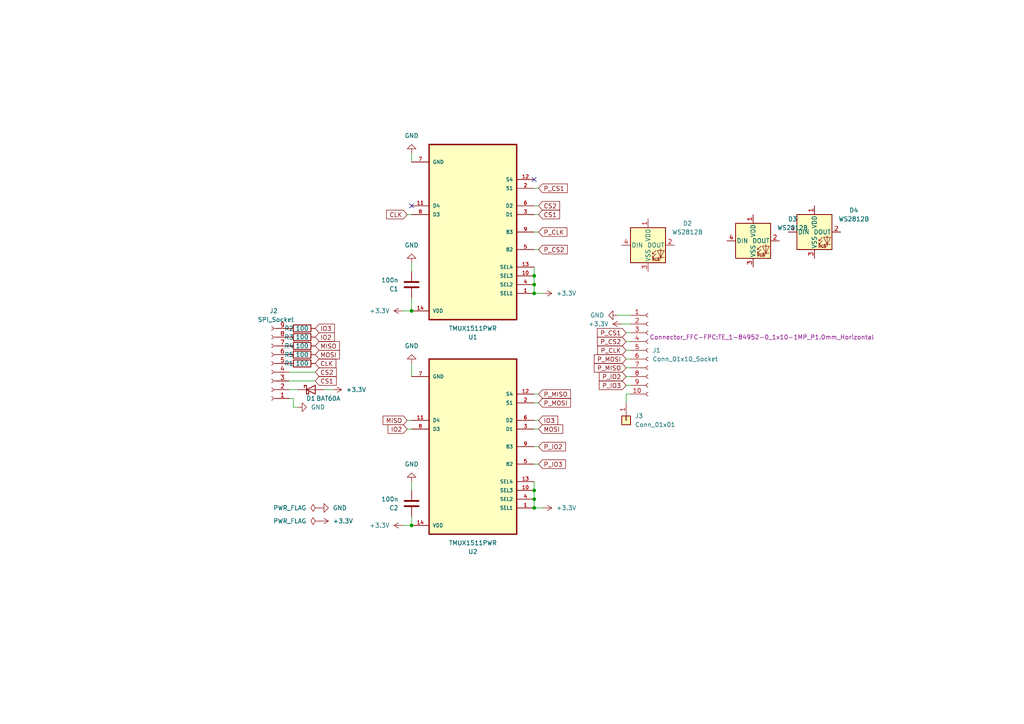
<source format=kicad_sch>
(kicad_sch (version 20231120) (generator "eeschema") (generator_version "8.0")
  (paper "A4")
  (lib_symbols
    (symbol "Connector:Conn_01x09_Socket" (pin_names (offset 1.016) hide)
      (property "Reference" "J" (at 0 12.7 0))
      (property "Value" "Conn_01x09_Socket" (at 0 -12.7 0))
      (symbol "Conn_01x09_Socket_1_1"
        (arc (start 0 -9.652) (mid -0.5058 -10.16) (end 0 -10.668) (stroke (width 0.1524)))
        (arc (start 0 -7.112) (mid -0.5058 -7.62) (end 0 -8.128) (stroke (width 0.1524)))
        (arc (start 0 -4.572) (mid -0.5058 -5.08) (end 0 -5.588) (stroke (width 0.1524)))
        (arc (start 0 -2.032) (mid -0.5058 -2.54) (end 0 -3.048) (stroke (width 0.1524)))
        (polyline (pts (xy -1.27 -10.16) (xy -0.508 -10.16)) (stroke (width 0.1524)))
        (polyline (pts (xy -1.27 -7.62) (xy -0.508 -7.62)) (stroke (width 0.1524)))
        (polyline (pts (xy -1.27 -5.08) (xy -0.508 -5.08)) (stroke (width 0.1524)))
        (polyline (pts (xy -1.27 -2.54) (xy -0.508 -2.54)) (stroke (width 0.1524)))
        (polyline (pts (xy -1.27 0) (xy -0.508 0)) (stroke (width 0.1524)))
        (polyline (pts (xy -1.27 2.54) (xy -0.508 2.54)) (stroke (width 0.1524)))
        (polyline (pts (xy -1.27 5.08) (xy -0.508 5.08)) (stroke (width 0.1524)))
        (polyline (pts (xy -1.27 7.62) (xy -0.508 7.62)) (stroke (width 0.1524)))
        (polyline (pts (xy -1.27 10.16) (xy -0.508 10.16)) (stroke (width 0.1524)))
        (arc (start 0 0.508) (mid -0.5058 0) (end 0 -0.508) (stroke (width 0.1524)))
        (arc (start 0 3.048) (mid -0.5058 2.54) (end 0 2.032) (stroke (width 0.1524)))
        (arc (start 0 5.588) (mid -0.5058 5.08) (end 0 4.572) (stroke (width 0.1524)))
        (arc (start 0 8.128) (mid -0.5058 7.62) (end 0 7.112) (stroke (width 0.1524)))
        (arc (start 0 10.668) (mid -0.5058 10.16) (end 0 9.652) (stroke (width 0.1524)))
        (pin passive line (at -5.08 10.16 0) (length 3.81) (name "Pin_1") (number "1"))
        (pin passive line (at -5.08 7.62 0) (length 3.81) (name "Pin_2") (number "2"))
        (pin passive line (at -5.08 5.08 0) (length 3.81) (name "Pin_3") (number "3"))
        (pin passive line (at -5.08 2.54 0) (length 3.81) (name "Pin_4") (number "4"))
        (pin passive line (at -5.08 0 0) (length 3.81) (name "Pin_5") (number "5"))
        (pin passive line (at -5.08 -2.54 0) (length 3.81) (name "Pin_6") (number "6"))
        (pin passive line (at -5.08 -5.08 0) (length 3.81) (name "Pin_7") (number "7"))
        (pin passive line (at -5.08 -7.62 0) (length 3.81) (name "Pin_8") (number "8"))
        (pin passive line (at -5.08 -10.16 0) (length 3.81) (name "Pin_9") (number "9"))
      )
    )
    (symbol "Connector:Conn_01x10_Socket" (pin_names (offset 1.016) hide)
      (property "Reference" "J" (at 0 12.7 0))
      (property "Value" "Conn_01x10_Socket" (at 0 -15.24 0))
      (symbol "Conn_01x10_Socket_1_1"
        (arc (start 0 -12.192) (mid -0.5058 -12.7) (end 0 -13.208) (stroke (width 0.1524)))
        (arc (start 0 -9.652) (mid -0.5058 -10.16) (end 0 -10.668) (stroke (width 0.1524)))
        (arc (start 0 -7.112) (mid -0.5058 -7.62) (end 0 -8.128) (stroke (width 0.1524)))
        (arc (start 0 -4.572) (mid -0.5058 -5.08) (end 0 -5.588) (stroke (width 0.1524)))
        (arc (start 0 -2.032) (mid -0.5058 -2.54) (end 0 -3.048) (stroke (width 0.1524)))
        (polyline (pts (xy -1.27 -12.7) (xy -0.508 -12.7)) (stroke (width 0.1524)))
        (polyline (pts (xy -1.27 -10.16) (xy -0.508 -10.16)) (stroke (width 0.1524)))
        (polyline (pts (xy -1.27 -7.62) (xy -0.508 -7.62)) (stroke (width 0.1524)))
        (polyline (pts (xy -1.27 -5.08) (xy -0.508 -5.08)) (stroke (width 0.1524)))
        (polyline (pts (xy -1.27 -2.54) (xy -0.508 -2.54)) (stroke (width 0.1524)))
        (polyline (pts (xy -1.27 0) (xy -0.508 0)) (stroke (width 0.1524)))
        (polyline (pts (xy -1.27 2.54) (xy -0.508 2.54)) (stroke (width 0.1524)))
        (polyline (pts (xy -1.27 5.08) (xy -0.508 5.08)) (stroke (width 0.1524)))
        (polyline (pts (xy -1.27 7.62) (xy -0.508 7.62)) (stroke (width 0.1524)))
        (polyline (pts (xy -1.27 10.16) (xy -0.508 10.16)) (stroke (width 0.1524)))
        (arc (start 0 0.508) (mid -0.5058 0) (end 0 -0.508) (stroke (width 0.1524)))
        (arc (start 0 3.048) (mid -0.5058 2.54) (end 0 2.032) (stroke (width 0.1524)))
        (arc (start 0 5.588) (mid -0.5058 5.08) (end 0 4.572) (stroke (width 0.1524)))
        (arc (start 0 8.128) (mid -0.5058 7.62) (end 0 7.112) (stroke (width 0.1524)))
        (arc (start 0 10.668) (mid -0.5058 10.16) (end 0 9.652) (stroke (width 0.1524)))
        (pin passive line (at -5.08 10.16 0) (length 3.81) (name "Pin_1") (number "1"))
        (pin passive line (at -5.08 -12.7 0) (length 3.81) (name "Pin_10") (number "10"))
        (pin passive line (at -5.08 7.62 0) (length 3.81) (name "Pin_2") (number "2"))
        (pin passive line (at -5.08 5.08 0) (length 3.81) (name "Pin_3") (number "3"))
        (pin passive line (at -5.08 2.54 0) (length 3.81) (name "Pin_4") (number "4"))
        (pin passive line (at -5.08 0 0) (length 3.81) (name "Pin_5") (number "5"))
        (pin passive line (at -5.08 -2.54 0) (length 3.81) (name "Pin_6") (number "6"))
        (pin passive line (at -5.08 -5.08 0) (length 3.81) (name "Pin_7") (number "7"))
        (pin passive line (at -5.08 -7.62 0) (length 3.81) (name "Pin_8") (number "8"))
        (pin passive line (at -5.08 -10.16 0) (length 3.81) (name "Pin_9") (number "9"))
      )
    )
    (symbol "Connector_Generic:Conn_01x01" (pin_names (offset 1.016) hide)
      (property "Reference" "J" (at 0 2.54 0))
      (property "Value" "Conn_01x01" (at 0 -2.54 0))
      (symbol "Conn_01x01_1_1"
        (rectangle (start -1.27 0.127) (end 0 -0.127) (stroke (width 0.1524)))
        (rectangle (start -1.27 1.27) (end 1.27 -1.27) (stroke (width 0.254)) (fill (type background)))
        (pin passive line (at -5.08 0 0) (length 3.81) (name "Pin_1") (number "1"))
      )
    )
    (symbol "Device:C" (pin_numbers hide) (pin_names (offset 0.254))
      (property "Reference" "C" (at 0.635 2.54 0))
      (property "Value" "C" (at 0.635 -2.54 0))
      (symbol "C_0_1"
        (polyline (pts (xy -2.032 -0.762) (xy 2.032 -0.762)) (stroke (width 0.508)))
        (polyline (pts (xy -2.032 0.762) (xy 2.032 0.762)) (stroke (width 0.508)))
      )
      (symbol "C_1_1"
        (pin passive line (at 0 3.81 270) (length 2.794) (name "~") (number "1"))
        (pin passive line (at 0 -3.81 90) (length 2.794) (name "~") (number "2"))
      )
    )
    (symbol "Device:R" (pin_numbers hide) (pin_names (offset 0))
      (property "Reference" "R" (at 2.032 0 90))
      (property "Value" "R" (at 0 0 90))
      (symbol "R_0_1"
        (rectangle (start -1.016 -2.54) (end 1.016 2.54) (stroke (width 0.254)))
      )
      (symbol "R_1_1"
        (pin passive line (at 0 3.81 270) (length 1.27) (name "~") (number "1"))
        (pin passive line (at 0 -3.81 90) (length 1.27) (name "~") (number "2"))
      )
    )
    (symbol "Diode:BAT60A" (pin_numbers hide) (pin_names (offset 1.016) hide)
      (property "Reference" "D" (at 0 2.54 0))
      (property "Value" "BAT60A" (at 0 -2.54 0))
      (symbol "BAT60A_0_1"
        (polyline (pts (xy 1.27 0) (xy -1.27 0)))
        (polyline (pts (xy 1.27 1.27) (xy 1.27 -1.27) (xy -1.27 0) (xy 1.27 1.27)) (stroke (width 0.254)))
        (polyline (pts (xy -1.905 0.635) (xy -1.905 1.27) (xy -1.27 1.27) (xy -1.27 -1.27) (xy -0.635 -1.27) (xy -0.635 -0.635)) (stroke (width 0.254)))
      )
      (symbol "BAT60A_1_1"
        (pin passive line (at -3.81 0 0) (length 2.54) (name "K") (number "1"))
        (pin passive line (at 3.81 0 180) (length 2.54) (name "A") (number "2"))
      )
    )
    (symbol "LED:WS2812B" (pin_names (offset 0.254))
      (property "Reference" "D" (at 5.08 5.715 0))
      (property "Value" "WS2812B" (at 1.27 -5.715 0))
      (symbol "WS2812B_0_0"
        (text "RGB" (at 2.286 -4.191 0) (effects (font (size 0.762 0.762))))
      )
      (symbol "WS2812B_0_1"
        (polyline (pts (xy 1.27 -3.556) (xy 1.778 -3.556)))
        (polyline (pts (xy 1.27 -2.54) (xy 1.778 -2.54)))
        (polyline (pts (xy 4.699 -3.556) (xy 2.667 -3.556)))
        (polyline (pts (xy 2.286 -2.54) (xy 1.27 -3.556) (xy 1.27 -3.048)))
        (polyline (pts (xy 2.286 -1.524) (xy 1.27 -2.54) (xy 1.27 -2.032)))
        (polyline (pts (xy 3.683 -1.016) (xy 3.683 -3.556) (xy 3.683 -4.064)))
        (polyline (pts (xy 4.699 -1.524) (xy 2.667 -1.524) (xy 3.683 -3.556) (xy 4.699 -1.524)))
        (rectangle (start 5.08 5.08) (end -5.08 -5.08) (stroke (width 0.254)) (fill (type background)))
      )
      (symbol "WS2812B_1_1"
        (pin power_in line (at 0 7.62 270) (length 2.54) (name "VDD") (number "1"))
        (pin output line (at 7.62 0 180) (length 2.54) (name "DOUT") (number "2"))
        (pin power_in line (at 0 -7.62 90) (length 2.54) (name "VSS") (number "3"))
        (pin input line (at -7.62 0 0) (length 2.54) (name "DIN") (number "4"))
      )
    )
    (symbol "TMUX1511PWR:TMUX1511PWR" (pin_names (offset 1.016))
      (property "Reference" "U" (at -12.7 26.4 0))
      (property "Value" "TMUX1511PWR" (at -12.7 -29.4 0))
      (symbol "TMUX1511PWR_0_0"
        (rectangle (start -12.7 -25.4) (end 12.7 25.4) (stroke (width 0.41)) (fill (type background)))
        (pin input line (at -17.78 17.78 0) (length 5.08) (name "SEL1") (number "1"))
        (pin input line (at -17.78 12.7 0) (length 5.08) (name "SEL3") (number "10"))
        (pin bidirectional line (at 17.78 -7.62 180) (length 5.08) (name "D4") (number "11"))
        (pin bidirectional line (at -17.78 -15.24 0) (length 5.08) (name "S4") (number "12"))
        (pin input line (at -17.78 10.16 0) (length 5.08) (name "SEL4") (number "13"))
        (pin power_in line (at 17.78 22.86 180) (length 5.08) (name "VDD") (number "14"))
        (pin bidirectional line (at -17.78 -12.7 0) (length 5.08) (name "S1") (number "2"))
        (pin bidirectional line (at -17.78 -5.08 0) (length 5.08) (name "D1") (number "3"))
        (pin input line (at -17.78 15.24 0) (length 5.08) (name "SEL2") (number "4"))
        (pin bidirectional line (at -17.78 5.08 0) (length 5.08) (name "82") (number "5"))
        (pin bidirectional line (at -17.78 -7.62 0) (length 5.08) (name "D2") (number "6"))
        (pin power_in line (at 17.78 -20.32 180) (length 5.08) (name "GND") (number "7"))
        (pin bidirectional line (at 17.78 -5.08 180) (length 5.08) (name "D3") (number "8"))
        (pin bidirectional line (at -17.78 0 0) (length 5.08) (name "83") (number "9"))
      )
    )
    (symbol "power:+3.3V" (power) (pin_names (offset 0))
      (property "Value" "+3.3V" (at 0 3.556 0))
      (symbol "+3.3V_0_1"
        (polyline (pts (xy -0.762 1.27) (xy 0 2.54)))
        (polyline (pts (xy 0 0) (xy 0 2.54)))
        (polyline (pts (xy 0 2.54) (xy 0.762 1.27)))
      )
      (symbol "+3.3V_1_1"
        (pin power_in line (at 0 0 90) (length 0) hide (name "+3.3V") (number "1"))
      )
    )
    (symbol "power:GND" (power) (pin_names (offset 0))
      (property "Value" "GND" (at 0 -3.81 0))
      (symbol "GND_0_1"
        (polyline (pts (xy 0 0) (xy 0 -1.27) (xy 1.27 -1.27) (xy 0 -2.54) (xy -1.27 -1.27) (xy 0 -1.27)))
      )
      (symbol "GND_1_1"
        (pin power_in line (at 0 0 270) (length 0) hide (name "GND") (number "1"))
      )
    )
    (symbol "power:PWR_FLAG" (power) (pin_numbers hide) (pin_names (offset 0) hide)
      (property "Value" "PWR_FLAG" (at 0 3.81 0))
      (symbol "PWR_FLAG_0_0"
        (pin power_out line (at 0 0 90) (length 0) (name "pwr") (number "1"))
      )
      (symbol "PWR_FLAG_0_1"
        (polyline (pts (xy 0 0) (xy 0 1.27) (xy -1.016 1.905) (xy 0 2.54) (xy 1.016 1.905) (xy 0 1.27)))
      )
    )
  )
  (junction (at 119.38 152.4))
  (junction (at 154.94 85.09))
  (junction (at 154.94 142.24))
  (junction (at 154.94 82.55))
  (junction (at 119.38 90.17))
  (junction (at 154.94 147.32))
  (junction (at 154.94 80.01))
  (junction (at 154.94 144.78))
  (no_connect (at 119.38 59.69))
  (no_connect (at 154.94 52.07))
  (wire (pts (xy 119.38 90.17) (xy 119.38 86.36)))
  (wire (pts (xy 83.82 113.03) (xy 86.36 113.03)))
  (wire (pts (xy 83.82 107.95) (xy 91.44 107.95)))
  (wire (pts (xy 156.21 121.92) (xy 154.94 121.92)))
  (wire (pts (xy 182.88 91.44) (xy 179.07 91.44)))
  (wire (pts (xy 119.38 142.24) (xy 119.38 139.7)))
  (wire (pts (xy 154.94 67.31) (xy 156.21 67.31)))
  (wire (pts (xy 93.98 113.03) (xy 96.52 113.03)))
  (wire (pts (xy 119.38 124.46) (xy 118.11 124.46)))
  (wire (pts (xy 154.94 116.84) (xy 156.21 116.84)))
  (wire (pts (xy 85.09 115.57) (xy 83.82 115.57)))
  (wire (pts (xy 154.94 147.32) (xy 157.48 147.32)))
  (wire (pts (xy 119.38 152.4) (xy 119.38 149.86)))
  (wire (pts (xy 119.38 152.4) (xy 116.84 152.4)))
  (wire (pts (xy 181.61 104.14) (xy 182.88 104.14)))
  (wire (pts (xy 154.94 82.55) (xy 154.94 80.01)))
  (wire (pts (xy 181.61 96.52) (xy 182.88 96.52)))
  (wire (pts (xy 119.38 109.22) (xy 119.38 105.41)))
  (wire (pts (xy 119.38 78.74) (xy 119.38 76.2)))
  (wire (pts (xy 154.94 134.62) (xy 156.21 134.62)))
  (wire (pts (xy 181.61 99.06) (xy 182.88 99.06)))
  (wire (pts (xy 154.94 147.32) (xy 154.94 144.78)))
  (wire (pts (xy 181.61 116.84) (xy 181.61 114.3)))
  (wire (pts (xy 119.38 46.99) (xy 119.38 44.45)))
  (wire (pts (xy 83.82 110.49) (xy 91.44 110.49)))
  (wire (pts (xy 154.94 144.78) (xy 154.94 142.24)))
  (wire (pts (xy 154.94 129.54) (xy 156.21 129.54)))
  (wire (pts (xy 119.38 90.17) (xy 116.84 90.17)))
  (wire (pts (xy 154.94 54.61) (xy 156.21 54.61)))
  (wire (pts (xy 85.09 118.11) (xy 86.36 118.11)))
  (wire (pts (xy 154.94 85.09) (xy 154.94 82.55)))
  (wire (pts (xy 154.94 142.24) (xy 154.94 139.7)))
  (wire (pts (xy 156.21 62.23) (xy 154.94 62.23)))
  (wire (pts (xy 156.21 124.46) (xy 154.94 124.46)))
  (wire (pts (xy 156.21 59.69) (xy 154.94 59.69)))
  (wire (pts (xy 181.61 106.68) (xy 182.88 106.68)))
  (wire (pts (xy 85.09 118.11) (xy 85.09 115.57)))
  (wire (pts (xy 181.61 111.76) (xy 182.88 111.76)))
  (wire (pts (xy 119.38 121.92) (xy 118.11 121.92)))
  (wire (pts (xy 181.61 101.6) (xy 182.88 101.6)))
  (wire (pts (xy 154.94 72.39) (xy 156.21 72.39)))
  (wire (pts (xy 118.11 62.23) (xy 119.38 62.23)))
  (wire (pts (xy 157.48 85.09) (xy 154.94 85.09)))
  (wire (pts (xy 182.88 93.98) (xy 180.34 93.98)))
  (wire (pts (xy 181.61 109.22) (xy 182.88 109.22)))
  (wire (pts (xy 154.94 114.3) (xy 156.21 114.3)))
  (wire (pts (xy 181.61 114.3) (xy 182.88 114.3)))
  (wire (pts (xy 154.94 80.01) (xy 154.94 77.47)))
  (global_label "CS1" (shape input) (at 91.44 110.49 0) (property "Intersheetrefs" "${INTERSHEET_REFS}" (effects (hide yes))))
  (global_label "P_IO3" (shape input) (at 156.21 134.62 0) (property "Intersheetrefs" "${INTERSHEET_REFS}" (effects (hide yes))))
  (global_label "MISO" (shape input) (at 91.44 100.33 0) (property "Intersheetrefs" "${INTERSHEET_REFS}" (effects (hide yes))))
  (global_label "IO2" (shape input) (at 91.44 97.79 0) (property "Intersheetrefs" "${INTERSHEET_REFS}" (effects (hide yes))))
  (global_label "CS2" (shape input) (at 156.21 59.69 0) (property "Intersheetrefs" "${INTERSHEET_REFS}" (effects (hide yes))))
  (global_label "CLK" (shape input) (at 118.11 62.23 180) (property "Intersheetrefs" "${INTERSHEET_REFS}" (effects (hide yes))))
  (global_label "P_MISO" (shape input) (at 181.61 106.68 180) (property "Intersheetrefs" "${INTERSHEET_REFS}" (effects (hide yes))))
  (global_label "P_CLK" (shape input) (at 156.21 67.31 0) (property "Intersheetrefs" "${INTERSHEET_REFS}" (effects (hide yes))))
  (global_label "MOSI" (shape input) (at 91.44 102.87 0) (property "Intersheetrefs" "${INTERSHEET_REFS}" (effects (hide yes))))
  (global_label "P_MOSI" (shape input) (at 181.61 104.14 180) (property "Intersheetrefs" "${INTERSHEET_REFS}" (effects (hide yes))))
  (global_label "P_CLK" (shape input) (at 181.61 101.6 180) (property "Intersheetrefs" "${INTERSHEET_REFS}" (effects (hide yes))))
  (global_label "IO3" (shape input) (at 91.44 95.25 0) (property "Intersheetrefs" "${INTERSHEET_REFS}" (effects (hide yes))))
  (global_label "P_CS1" (shape input) (at 181.61 96.52 180) (property "Intersheetrefs" "${INTERSHEET_REFS}" (effects (hide yes))))
  (global_label "P_MISO" (shape input) (at 156.21 114.3 0) (property "Intersheetrefs" "${INTERSHEET_REFS}" (effects (hide yes))))
  (global_label "IO2" (shape input) (at 118.11 124.46 180) (property "Intersheetrefs" "${INTERSHEET_REFS}" (effects (hide yes))))
  (global_label "P_IO2" (shape input) (at 181.61 109.22 180) (property "Intersheetrefs" "${INTERSHEET_REFS}" (effects (hide yes))))
  (global_label "P_CS2" (shape input) (at 156.21 72.39 0) (property "Intersheetrefs" "${INTERSHEET_REFS}" (effects (hide yes))))
  (global_label "CS1" (shape input) (at 156.21 62.23 0) (property "Intersheetrefs" "${INTERSHEET_REFS}" (effects (hide yes))))
  (global_label "P_IO3" (shape input) (at 181.61 111.76 180) (property "Intersheetrefs" "${INTERSHEET_REFS}" (effects (hide yes))))
  (global_label "P_IO2" (shape input) (at 156.21 129.54 0) (property "Intersheetrefs" "${INTERSHEET_REFS}" (effects (hide yes))))
  (global_label "MISO" (shape input) (at 118.11 121.92 180) (property "Intersheetrefs" "${INTERSHEET_REFS}" (effects (hide yes))))
  (global_label "CLK" (shape input) (at 91.44 105.41 0) (property "Intersheetrefs" "${INTERSHEET_REFS}" (effects (hide yes))))
  (global_label "MOSI" (shape input) (at 156.21 124.46 0) (property "Intersheetrefs" "${INTERSHEET_REFS}" (effects (hide yes))))
  (global_label "P_MOSI" (shape input) (at 156.21 116.84 0) (property "Intersheetrefs" "${INTERSHEET_REFS}" (effects (hide yes))))
  (global_label "P_CS2" (shape input) (at 181.61 99.06 180) (property "Intersheetrefs" "${INTERSHEET_REFS}" (effects (hide yes))))
  (global_label "CS2" (shape input) (at 91.44 107.95 0) (property "Intersheetrefs" "${INTERSHEET_REFS}" (effects (hide yes))))
  (global_label "IO3" (shape input) (at 156.21 121.92 0) (property "Intersheetrefs" "${INTERSHEET_REFS}" (effects (hide yes))))
  (global_label "P_CS1" (shape input) (at 156.21 54.61 0) (property "Intersheetrefs" "${INTERSHEET_REFS}" (effects (hide yes))))
  (symbol (lib_id "LED:WS2812B") (at 236.22 67.31 0) (unit 1)
    (property "Reference" "D4" (at 247.65 60.9914 0))
    (property "Value" "WS2812B" (at 247.65 63.5314 0))
    (property "Footprint" "LED_SMD:LED_WS2812B_PLCC4_5.0x5.0mm_P3.2mm" (effects (hide yes)))
    (property "Datasheet" "https://cdn-shop.adafruit.com/datasheets/WS2812B.pdf" (effects (hide yes)))
    (property "Description" "RGB LED with integrated controller" (effects (hide yes)))
  )
  (symbol (lib_id "Device:C") (at 119.38 82.55 180) (unit 1)
    (property "Reference" "C1" (at 115.57 83.82 0) (effects (justify left)))
    (property "Value" "100n" (at 115.57 81.28 0) (effects (justify left)))
    (property "Footprint" "Capacitor_SMD:C_0805_2012Metric" (effects (hide yes)))
  )
  (symbol (lib_id "power:GND") (at 119.38 139.7 180) (unit 1)
    (property "Reference" "#PWR04" (effects (hide yes)))
    (property "Value" "GND" (at 119.38 134.62 0))
  )
  (symbol (lib_id "Device:R") (at 87.63 105.41 90) (unit 1)
    (property "Reference" "R1" (at 83.82 105.41 90))
    (property "Value" "100" (at 87.63 105.41 90))
    (property "Footprint" "Resistor_SMD:R_0805_2012Metric" (effects (hide yes)))
  )
  (symbol (lib_id "power:+3.3V") (at 116.84 152.4 90) (unit 1)
    (property "Reference" "#PWR01" (effects (hide yes)))
    (property "Value" "+3.3V" (at 113.03 152.4 90) (effects (justify left)))
  )
  (symbol (lib_id "Device:R") (at 87.63 97.79 90) (unit 1)
    (property "Reference" "R3" (at 83.82 97.79 90))
    (property "Value" "100" (at 87.63 97.79 90))
    (property "Footprint" "Resistor_SMD:R_0805_2012Metric" (effects (hide yes)))
  )
  (symbol (lib_id "Device:C") (at 119.38 146.05 180) (unit 1)
    (property "Reference" "C2" (at 115.57 147.32 0) (effects (justify left)))
    (property "Value" "100n" (at 115.57 144.78 0) (effects (justify left)))
    (property "Footprint" "Capacitor_SMD:C_0805_2012Metric" (effects (hide yes)))
  )
  (symbol (lib_id "TMUX1511PWR:TMUX1511PWR") (at 137.16 129.54 180) (unit 1)
    (property "Reference" "U2" (at 137.16 160.02 0))
    (property "Value" "TMUX1511PWR" (at 137.16 157.48 0))
    (property "Footprint" "TMUX1511PWR:SOP65P640X120-14N" (effects (hide yes)))
    (property "Description" "\n5-V, 1:1 (SPST), 4-channel analog switch with powered-off protection & 1.8-V input logic\n" (effects (hide yes)))
    (property "MF" "Texas Instruments" (effects (hide yes)))
    (property "Package" "TSSOP-14 Texas Instruments" (effects (hide yes)))
    (property "Price" "None" (effects (hide yes)))
    (property "SnapEDA_Link" "https://www.snapeda.com/parts/TMUX1511PWR/Texas+Instruments/view-part/?ref=snap" (effects (hide yes)))
    (property "MP" "TMUX1511PWR" (effects (hide yes)))
    (property "Purchase-URL" "https://www.snapeda.com/api/url_track_click_mouser/?unipart_id=3223302&manufacturer=Texas Instruments&part_name=TMUX1511PWR&search_term=None" (effects (hide yes)))
    (property "Availability" "In Stock" (effects (hide yes)))
    (property "Check_prices" "https://www.snapeda.com/parts/TMUX1511PWR/Texas+Instruments/view-part/?ref=eda" (effects (hide yes)))
  )
  (symbol (lib_id "power:GND") (at 119.38 105.41 180) (unit 1)
    (property "Reference" "#PWR06" (effects (hide yes)))
    (property "Value" "GND" (at 119.38 100.33 0))
  )
  (symbol (lib_id "power:PWR_FLAG") (at 92.71 147.32 90) (unit 1)
    (property "Reference" "#FLG01" (effects (hide yes)))
    (property "Value" "PWR_FLAG" (at 88.9 147.32 90) (effects (justify left)))
  )
  (symbol (lib_id "power:+3.3V") (at 116.84 90.17 90) (unit 1)
    (property "Reference" "#PWR02" (effects (hide yes)))
    (property "Value" "+3.3V" (at 113.03 90.17 90) (effects (justify left)))
  )
  (symbol (lib_id "Connector:Conn_01x09_Socket") (at 78.74 105.41 180) (unit 1)
    (property "Reference" "J2" (at 79.375 90.17 0))
    (property "Value" "SPI_Socket" (at 80.01 92.71 0))
    (property "Footprint" "pad:wire_pad_row_1x09-2x3mm" (effects (hide yes)))
  )
  (symbol (lib_id "power:GND") (at 92.71 147.32 90) (unit 1)
    (property "Reference" "#PWR08" (effects (hide yes)))
    (property "Value" "GND" (at 96.52 147.32 90) (effects (justify right)))
  )
  (symbol (lib_id "TMUX1511PWR:TMUX1511PWR") (at 137.16 67.31 180) (unit 1)
    (property "Reference" "U1" (at 137.16 97.79 0))
    (property "Value" "TMUX1511PWR" (at 137.16 95.25 0))
    (property "Footprint" "TMUX1511PWR:SOP65P640X120-14N" (effects (hide yes)))
    (property "Description" "\n5-V, 1:1 (SPST), 4-channel analog switch with powered-off protection & 1.8-V input logic\n" (effects (hide yes)))
    (property "MF" "Texas Instruments" (effects (hide yes)))
    (property "Package" "TSSOP-14 Texas Instruments" (effects (hide yes)))
    (property "Price" "None" (effects (hide yes)))
    (property "SnapEDA_Link" "https://www.snapeda.com/parts/TMUX1511PWR/Texas+Instruments/view-part/?ref=snap" (effects (hide yes)))
    (property "MP" "TMUX1511PWR" (effects (hide yes)))
    (property "Purchase-URL" "https://www.snapeda.com/api/url_track_click_mouser/?unipart_id=3223302&manufacturer=Texas Instruments&part_name=TMUX1511PWR&search_term=None" (effects (hide yes)))
    (property "Availability" "In Stock" (effects (hide yes)))
    (property "Check_prices" "https://www.snapeda.com/parts/TMUX1511PWR/Texas+Instruments/view-part/?ref=eda" (effects (hide yes)))
  )
  (symbol (lib_id "LED:WS2812B") (at 218.44 69.85 0) (unit 1)
    (property "Reference" "D3" (at 229.87 63.5314 0))
    (property "Value" "WS2812B" (at 229.87 66.0714 0))
    (property "Footprint" "LED_SMD:LED_WS2812B_PLCC4_5.0x5.0mm_P3.2mm" (effects (hide yes)))
    (property "Datasheet" "https://cdn-shop.adafruit.com/datasheets/WS2812B.pdf" (effects (hide yes)))
    (property "Description" "RGB LED with integrated controller" (effects (hide yes)))
  )
  (symbol (lib_id "power:+3.3V") (at 157.48 85.09 270) (unit 1)
    (property "Reference" "#PWR012" (effects (hide yes)))
    (property "Value" "+3.3V" (at 161.29 85.09 90) (effects (justify left)))
  )
  (symbol (lib_id "Device:R") (at 87.63 95.25 90) (unit 1)
    (property "Reference" "R2" (at 83.82 95.25 90))
    (property "Value" "100" (at 87.63 95.25 90))
    (property "Footprint" "Resistor_SMD:R_0805_2012Metric" (effects (hide yes)))
  )
  (symbol (lib_id "Diode:BAT60A") (at 90.17 113.03 0) (unit 1)
    (property "Reference" "D1" (at 90.17 115.57 0))
    (property "Value" "BAT60A" (at 95.25 115.57 0))
    (property "Footprint" "Diode_SMD:D_SOD-323" (effects (hide yes)))
    (property "Datasheet" "https://www.infineon.com/dgdl/Infineon-BAT60ASERIES-DS-v01_01-en.pdf?fileId=db3a304313d846880113def70c9304a9" (effects (hide yes)))
  )
  (symbol (lib_id "Connector:Conn_01x10_Socket") (at 187.96 101.6 0) (unit 1)
    (property "Reference" "J1" (at 189.23 101.6 0) (effects (justify left)))
    (property "Value" "Conn_01x10_Socket" (at 189.23 104.14 0) (effects (justify left)))
    (property "Footprint" "Connector_FFC-FPC:TE_1-84952-0_1x10-1MP_P1.0mm_Horizontal" (at 220.98 97.79 0))
  )
  (symbol (lib_id "power:GND") (at 179.07 91.44 270) (unit 1)
    (property "Reference" "#PWR016" (effects (hide yes)))
    (property "Value" "GND" (at 175.26 91.44 90) (effects (justify right)))
  )
  (symbol (lib_id "power:+3.3V") (at 157.48 147.32 270) (unit 1)
    (property "Reference" "#PWR011" (effects (hide yes)))
    (property "Value" "+3.3V" (at 161.29 147.32 90) (effects (justify left)))
  )
  (symbol (lib_id "Device:R") (at 87.63 100.33 90) (unit 1)
    (property "Reference" "R4" (at 83.82 100.33 90))
    (property "Value" "100" (at 87.63 100.33 90))
    (property "Footprint" "Resistor_SMD:R_0805_2012Metric" (effects (hide yes)))
  )
  (symbol (lib_id "Device:R") (at 87.63 102.87 90) (unit 1)
    (property "Reference" "R5" (at 83.82 102.87 90))
    (property "Value" "100" (at 87.63 102.87 90))
    (property "Footprint" "Resistor_SMD:R_0805_2012Metric" (effects (hide yes)))
  )
  (symbol (lib_id "power:GND") (at 119.38 76.2 180) (unit 1)
    (property "Reference" "#PWR03" (effects (hide yes)))
    (property "Value" "GND" (at 119.38 71.12 0))
  )
  (symbol (lib_id "power:PWR_FLAG") (at 92.71 151.13 90) (unit 1)
    (property "Reference" "#FLG02" (effects (hide yes)))
    (property "Value" "PWR_FLAG" (at 88.9 151.13 90) (effects (justify left)))
  )
  (symbol (lib_id "Connector_Generic:Conn_01x01") (at 181.61 121.92 270) (unit 1)
    (property "Reference" "J3" (at 184.15 120.65 90) (effects (justify left)))
    (property "Value" "Conn_01x01" (at 184.15 123.19 90) (effects (justify left)))
    (property "Footprint" "Connector_Wire:SolderWirePad_1x01_SMD_1x2mm" (effects (hide yes)))
  )
  (symbol (lib_id "power:GND") (at 119.38 44.45 180) (unit 1)
    (property "Reference" "#PWR05" (effects (hide yes)))
    (property "Value" "GND" (at 119.38 39.37 0))
  )
  (symbol (lib_id "power:+3.3V") (at 92.71 151.13 270) (unit 1)
    (property "Reference" "#PWR07" (effects (hide yes)))
    (property "Value" "+3.3V" (at 96.52 151.13 90) (effects (justify left)))
  )
  (symbol (lib_id "LED:WS2812B") (at 187.96 71.12 0) (unit 1)
    (property "Reference" "D2" (at 199.39 64.8014 0))
    (property "Value" "WS2812B" (at 199.39 67.3414 0))
    (property "Footprint" "LED_SMD:LED_WS2812B_PLCC4_5.0x5.0mm_P3.2mm" (effects (hide yes)))
    (property "Datasheet" "https://cdn-shop.adafruit.com/datasheets/WS2812B.pdf" (effects (hide yes)))
    (property "Description" "RGB LED with integrated controller" (effects (hide yes)))
  )
  (symbol (lib_id "power:+3.3V") (at 96.52 113.03 270) (unit 1)
    (property "Reference" "#PWR013" (effects (hide yes)))
    (property "Value" "+3.3V" (at 100.33 113.03 90) (effects (justify left)))
  )
  (symbol (lib_id "power:GND") (at 86.36 118.11 90) (unit 1)
    (property "Reference" "#PWR014" (effects (hide yes)))
    (property "Value" "GND" (at 90.17 118.11 90) (effects (justify right)))
  )
  (symbol (lib_id "power:+3.3V") (at 180.34 93.98 90) (unit 1)
    (property "Reference" "#PWR015" (effects (hide yes)))
    (property "Value" "+3.3V" (at 176.53 93.98 90) (effects (justify left)))
  )
)
</source>
